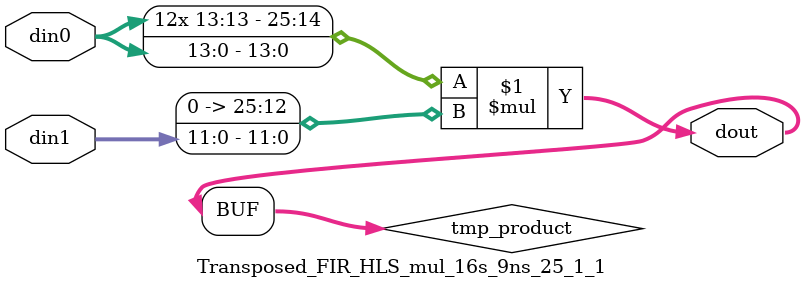
<source format=v>

`timescale 1 ns / 1 ps

 module Transposed_FIR_HLS_mul_16s_9ns_25_1_1(din0, din1, dout);
parameter ID = 1;
parameter NUM_STAGE = 0;
parameter din0_WIDTH = 14;
parameter din1_WIDTH = 12;
parameter dout_WIDTH = 26;

input [din0_WIDTH - 1 : 0] din0; 
input [din1_WIDTH - 1 : 0] din1; 
output [dout_WIDTH - 1 : 0] dout;

wire signed [dout_WIDTH - 1 : 0] tmp_product;


























assign tmp_product = $signed(din0) * $signed({1'b0, din1});









assign dout = tmp_product;





















endmodule

</source>
